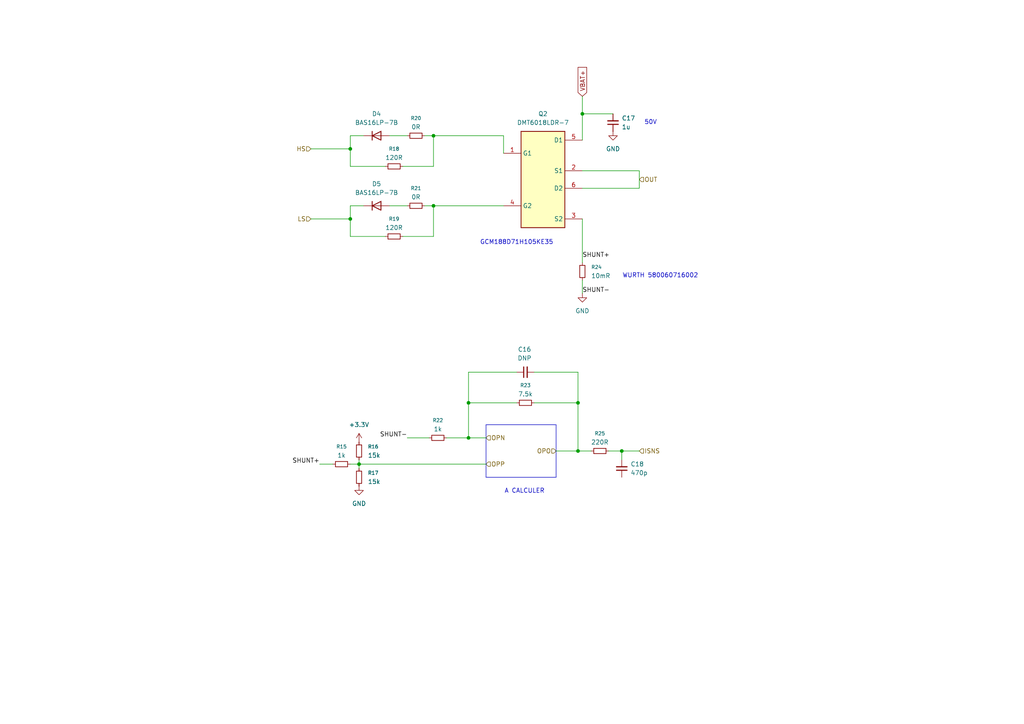
<source format=kicad_sch>
(kicad_sch (version 20250114) (generator "eeschema") (generator_version "9.0")
  (paper "A4")
  (lib_symbols
    (symbol "Device:C_Small" (pin_numbers (hide yes)) (pin_names (offset 0.254) (hide yes))
      (property "Reference" "C" (at 0.254 1.778 0))
      (property "Value" "C_Small" (at 0.254 -2.032 0))
      (symbol "C_Small_0_1"
        (polyline (pts (xy -1.524 0.508) (xy 1.524 0.508)) (stroke (width 0.3048)))
        (polyline (pts (xy -1.524 -0.508) (xy 1.524 -0.508)) (stroke (width 0.3302)))
      )
      (symbol "C_Small_1_1"
        (pin passive line (at 0 2.54 270) (length 2.032) (name "~") (number "1"))
        (pin passive line (at 0 -2.54 90) (length 2.032) (name "~") (number "2"))
      )
    )
    (symbol "Device:R_Small" (pin_numbers (hide yes)) (pin_names (offset 0.254) (hide yes))
      (property "Reference" "R" (at 0 0 90))
      (property "Value" "R_Small" (at 1.778 0 90))
      (symbol "R_Small_0_1"
        (rectangle (start -0.762 1.778) (end 0.762 -1.778) (stroke (width 0.2032)))
      )
      (symbol "R_Small_1_1"
        (pin passive line (at 0 2.54 270) (length 0.762) (name "~") (number "1"))
        (pin passive line (at 0 -2.54 90) (length 0.762) (name "~") (number "2"))
      )
    )
    (symbol "Diode:1N4148WT" (pin_numbers (hide yes)) (pin_names (hide yes))
      (property "Reference" "D" (at 0 2.54 0))
      (property "Value" "1N4148WT" (at 0 -2.54 0))
      (symbol "1N4148WT_0_1"
        (polyline (pts (xy -1.27 1.27) (xy -1.27 -1.27)) (stroke (width 0.254)))
        (polyline (pts (xy 1.27 1.27) (xy 1.27 -1.27) (xy -1.27 0) (xy 1.27 1.27)) (stroke (width 0.254)))
        (polyline (pts (xy 1.27 0) (xy -1.27 0)))
      )
      (symbol "1N4148WT_1_1"
        (pin passive line (at -3.81 0 0) (length 2.54) (name "K") (number "1"))
        (pin passive line (at 3.81 0 180) (length 2.54) (name "A") (number "2"))
      )
    )
    (symbol "power:+3.3V" (power) (pin_numbers (hide yes)) (pin_names (offset 0) (hide yes))
      (property "Value" "+3.3V" (at 0 3.556 0))
      (symbol "+3.3V_0_1"
        (polyline (pts (xy -0.762 1.27) (xy 0 2.54)))
        (polyline (pts (xy 0 2.54) (xy 0.762 1.27)))
        (polyline (pts (xy 0 0) (xy 0 2.54)))
      )
      (symbol "+3.3V_1_1"
        (pin power_in line (at 0 0 90) (length 0) (name "~") (number "1"))
      )
    )
    (symbol "power:GND" (power) (pin_numbers (hide yes)) (pin_names (offset 0) (hide yes))
      (property "Value" "GND" (at 0 -3.81 0))
      (symbol "GND_0_1"
        (polyline (pts (xy 0 0) (xy 0 -1.27) (xy 1.27 -1.27) (xy 0 -2.54) (xy -1.27 -1.27) (xy 0 -1.27)))
      )
      (symbol "GND_1_1"
        (pin power_in line (at 0 0 270) (length 0) (name "~") (number "1"))
      )
    )
    (symbol "samacsys:DMT6018LDR-7"
      (property "Reference" "Q" (at 19.05 7.62 0))
      (property "Value" "DMT6018LDR-7" (at 19.05 5.08 0))
      (symbol "DMT6018LDR-7_1_1"
        (rectangle (start 5.08 11.43) (end 17.78 -16.51) (stroke (width 0.254)) (fill (type background)))
        (pin passive line (at 0 5.08 0) (length 5.08) (name "G1") (number "1"))
        (pin passive line (at 0 -10.16 0) (length 5.08) (name "G2") (number "4"))
        (pin passive line (at 22.86 8.89 180) (length 5.08) (name "D1") (number "5"))
        (pin passive line (at 22.86 0 180) (length 5.08) (name "S1") (number "2"))
        (pin passive line (at 22.86 -5.08 180) (length 5.08) (name "D2") (number "6"))
        (pin passive line (at 22.86 -13.97 180) (length 5.08) (name "S2") (number "3"))
      )
    )
  )
  (text "GCM188D71H105KE35" (at 149.86 70.358 0) (effects (font (size 1.27 1.27))))
  (text "50V\n" (at 188.722 35.56 0) (effects (font (size 1.27 1.27))))
  (text "A CALCULER\n" (at 152.146 142.494 0) (effects (font (size 1.27 1.27))))
  (text "WURTH 580060716002" (at 191.516 80.01 0) (effects (font (size 1.27 1.27))))
  (junction (at 125.73 59.69))
  (junction (at 125.73 39.37))
  (junction (at 168.91 33.02))
  (junction (at 167.64 116.84))
  (junction (at 167.64 130.81))
  (junction (at 101.6 43.18))
  (junction (at 135.89 116.84))
  (junction (at 135.89 127))
  (junction (at 180.34 130.81))
  (junction (at 104.14 134.62))
  (junction (at 101.6 63.5))
  (wire (pts (xy 101.6 43.18) (xy 101.6 48.26)))
  (polyline (pts (xy 161.29 123.19) (xy 161.29 138.43)))
  (wire (pts (xy 149.86 107.95) (xy 135.89 107.95)))
  (wire (pts (xy 135.89 107.95) (xy 135.89 116.84)))
  (wire (pts (xy 101.6 59.69) (xy 101.6 63.5)))
  (wire (pts (xy 116.84 68.58) (xy 125.73 68.58)))
  (wire (pts (xy 118.11 127) (xy 124.46 127)))
  (wire (pts (xy 90.17 63.5) (xy 101.6 63.5)))
  (wire (pts (xy 167.64 107.95) (xy 167.64 116.84)))
  (wire (pts (xy 101.6 39.37) (xy 101.6 43.18)))
  (wire (pts (xy 125.73 59.69) (xy 123.19 59.69)))
  (wire (pts (xy 113.03 59.69) (xy 118.11 59.69)))
  (wire (pts (xy 125.73 39.37) (xy 123.19 39.37)))
  (wire (pts (xy 161.29 130.81) (xy 167.64 130.81)))
  (wire (pts (xy 104.14 134.62) (xy 104.14 133.35)))
  (wire (pts (xy 180.34 133.35) (xy 180.34 130.81)))
  (wire (pts (xy 168.91 49.53) (xy 185.42 49.53)))
  (wire (pts (xy 168.91 33.02) (xy 168.91 40.64)))
  (wire (pts (xy 101.6 134.62) (xy 104.14 134.62)))
  (wire (pts (xy 104.14 134.62) (xy 140.97 134.62)))
  (wire (pts (xy 90.17 43.18) (xy 101.6 43.18)))
  (polyline (pts (xy 140.97 123.19) (xy 140.97 138.43)))
  (wire (pts (xy 125.73 48.26) (xy 125.73 39.37)))
  (wire (pts (xy 185.42 54.61) (xy 168.91 54.61)))
  (wire (pts (xy 101.6 39.37) (xy 105.41 39.37)))
  (wire (pts (xy 149.86 116.84) (xy 135.89 116.84)))
  (wire (pts (xy 154.94 107.95) (xy 167.64 107.95)))
  (wire (pts (xy 111.76 48.26) (xy 101.6 48.26)))
  (wire (pts (xy 168.91 63.5) (xy 168.91 76.2)))
  (polyline (pts (xy 140.97 123.19) (xy 161.29 123.19)))
  (wire (pts (xy 125.73 59.69) (xy 146.05 59.69)))
  (wire (pts (xy 180.34 130.81) (xy 185.42 130.81)))
  (wire (pts (xy 185.42 49.53) (xy 185.42 54.61)))
  (wire (pts (xy 167.64 116.84) (xy 167.64 130.81)))
  (wire (pts (xy 167.64 130.81) (xy 171.45 130.81)))
  (wire (pts (xy 135.89 116.84) (xy 135.89 127)))
  (wire (pts (xy 180.34 130.81) (xy 176.53 130.81)))
  (wire (pts (xy 168.91 33.02) (xy 177.8 33.02)))
  (wire (pts (xy 135.89 127) (xy 140.97 127)))
  (wire (pts (xy 129.54 127) (xy 135.89 127)))
  (wire (pts (xy 111.76 68.58) (xy 101.6 68.58)))
  (wire (pts (xy 125.73 68.58) (xy 125.73 59.69)))
  (wire (pts (xy 101.6 63.5) (xy 101.6 68.58)))
  (wire (pts (xy 116.84 48.26) (xy 125.73 48.26)))
  (wire (pts (xy 168.91 27.94) (xy 168.91 33.02)))
  (wire (pts (xy 125.73 39.37) (xy 146.05 39.37)))
  (wire (pts (xy 104.14 134.62) (xy 104.14 135.89)))
  (wire (pts (xy 168.91 81.28) (xy 168.91 85.09)))
  (wire (pts (xy 154.94 116.84) (xy 167.64 116.84)))
  (wire (pts (xy 101.6 59.69) (xy 105.41 59.69)))
  (polyline (pts (xy 161.29 138.43) (xy 140.97 138.43)))
  (wire (pts (xy 113.03 39.37) (xy 118.11 39.37)))
  (wire (pts (xy 92.71 134.62) (xy 96.52 134.62)))
  (wire (pts (xy 146.05 39.37) (xy 146.05 44.45)))
  (label "SHUNT-" (at 168.91 85.09 0))
  (label "SHUNT-" (at 118.11 127 180))
  (label "SHUNT+" (at 92.71 134.62 180))
  (label "SHUNT+" (at 168.91 74.93 0))
  (global_label "VBAT+" (shape input) (at 168.91 27.94 90) (property "Intersheetrefs" "${INTERSHEET_REFS}" (effects (hide yes))))
  (hierarchical_label "OPO" (shape input) (at 161.29 130.81 180))
  (hierarchical_label "LS" (shape input) (at 90.17 63.5 180))
  (hierarchical_label "ISNS" (shape input) (at 185.42 130.81 0))
  (hierarchical_label "OPP" (shape input) (at 140.97 134.62 0))
  (hierarchical_label "OPN" (shape input) (at 140.97 127 0))
  (hierarchical_label "HS" (shape input) (at 90.17 43.18 180))
  (hierarchical_label "OUT" (shape input) (at 185.42 52.07 0))
  (symbol (lib_id "Device:R_Small") (at 114.3 48.26 90) (unit 1)
    (property "Reference" "R5" (at 114.3 43.18 90) (effects (font (size 1.016 1.016))))
    (property "Value" "120R" (at 114.3 45.72 90))
    (property "Footprint" "Resistor_SMD:R_0201_0603Metric_Pad0.64x0.40mm_HandSolder" (effects (hide yes)))
    (property "Description" "Resistor, small symbol" (effects (hide yes)))
    (instances (project "FOC_CONTROLLER_V1" (path "" (reference "R18") (unit 1)) (path "" (reference "R5") (unit 1)) (path "" (reference "R29") (unit 1))))
  )
  (symbol (lib_id "power:GND") (at 168.91 85.09 0) (unit 1)
    (property "Reference" "#PWR018" (effects (hide yes)))
    (property "Value" "GND" (at 168.91 90.17 0))
    (property "Description" "Power symbol creates a global label with name \"GND\" , ground" (effects (hide yes)))
    (instances (project "FOC_CONTROLLER_V1" (path "" (reference "#PWR023") (unit 1)) (path "" (reference "#PWR018") (unit 1)) (path "" (reference "#PWR027") (unit 1))))
  )
  (symbol (lib_id "power:GND") (at 177.8 38.1 0) (unit 1)
    (property "Reference" "#PWR017" (effects (hide yes)))
    (property "Value" "GND" (at 177.8 43.18 0))
    (property "Description" "Power symbol creates a global label with name \"GND\" , ground" (effects (hide yes)))
    (instances (project "FOC_CONTROLLER_V1" (path "" (reference "#PWR024") (unit 1)) (path "" (reference "#PWR017") (unit 1)) (path "" (reference "#PWR028") (unit 1))))
  )
  (symbol (lib_id "Device:R_Small") (at 152.4 116.84 90) (unit 1)
    (property "Reference" "R13" (at 152.4 111.76 90) (effects (font (size 1.016 1.016))))
    (property "Value" "7.5k" (at 152.4 114.3 90))
    (property "Footprint" "Resistor_SMD:R_0201_0603Metric_Pad0.64x0.40mm_HandSolder" (effects (hide yes)))
    (property "Description" "Resistor, small symbol" (effects (hide yes)))
    (instances (project "FOC_CONTROLLER_V1" (path "" (reference "R23") (unit 1)) (path "" (reference "R13") (unit 1)) (path "" (reference "R34") (unit 1))))
  )
  (symbol (lib_id "Device:R_Small") (at 168.91 78.74 180) (unit 1)
    (property "Reference" "R8" (at 171.45 77.4699 0) (effects (font (size 1.016 1.016)) (justify right)))
    (property "Value" "10mR" (at 171.45 80.0099 0) (effects (justify right)))
    (property "Footprint" "Resistor_SMD:R_0201_0603Metric_Pad0.64x0.40mm_HandSolder" (effects (hide yes)))
    (property "Description" "580060716002" (effects (hide yes)))
    (instances (project "FOC_CONTROLLER_V1" (path "" (reference "R24") (unit 1)) (path "" (reference "R8") (unit 1)) (path "" (reference "R35") (unit 1))))
  )
  (symbol (lib_id "Device:R_Small") (at 99.06 134.62 90) (unit 1)
    (property "Reference" "R10" (at 99.06 129.54 90) (effects (font (size 1.016 1.016))))
    (property "Value" "1k" (at 99.06 132.08 90))
    (property "Footprint" "Resistor_SMD:R_0201_0603Metric_Pad0.64x0.40mm_HandSolder" (effects (hide yes)))
    (property "Description" "Resistor, small symbol" (effects (hide yes)))
    (instances (project "FOC_CONTROLLER_V1" (path "" (reference "R15") (unit 1)) (path "" (reference "R10") (unit 1)) (path "" (reference "R26") (unit 1))))
  )
  (symbol (lib_id "Device:R_Small") (at 120.65 39.37 90) (unit 1)
    (property "Reference" "R4" (at 120.65 34.29 90) (effects (font (size 1.016 1.016))))
    (property "Value" "0R" (at 120.65 36.83 90))
    (property "Footprint" "Resistor_SMD:R_0201_0603Metric_Pad0.64x0.40mm_HandSolder" (effects (hide yes)))
    (property "Description" "Resistor, small symbol" (effects (hide yes)))
    (instances (project "FOC_CONTROLLER_V1" (path "" (reference "R20") (unit 1)) (path "" (reference "R4") (unit 1)) (path "" (reference "R31") (unit 1))))
  )
  (symbol (lib_id "Diode:1N4148WT") (at 109.22 39.37 0) (unit 1)
    (property "Reference" "D" (at 109.22 33.02 0))
    (property "Value" "BAS16LP-7B" (at 109.22 35.56 0))
    (property "Footprint" "Diode_SMD:D_01005_0402Metric_Pad0.57x0.30mm_HandSolder" (effects (hide yes)))
    (property "Datasheet" "https://www.diodes.com/assets/Datasheets/ds30396.pdf" (effects (hide yes)))
    (property "Description" "75V 0.15A Fast switching Diode, SOD-523" (effects (hide yes)))
    (property "Sim.Device" "D" (effects (hide yes)))
    (property "Sim.Pins" "1=K 2=A" (effects (hide yes)))
    (instances (project "FOC_CONTROLLER_V1" (path "" (reference "D4") (unit 1)) (path "" (reference "D6") (unit 1))))
  )
  (symbol (lib_id "Device:R_Small") (at 127 127 90) (unit 1)
    (property "Reference" "R9" (at 127 121.92 90) (effects (font (size 1.016 1.016))))
    (property "Value" "1k" (at 127 124.46 90))
    (property "Footprint" "Resistor_SMD:R_0201_0603Metric_Pad0.64x0.40mm_HandSolder" (effects (hide yes)))
    (property "Description" "Resistor, small symbol" (effects (hide yes)))
    (instances (project "FOC_CONTROLLER_V1" (path "" (reference "R22") (unit 1)) (path "" (reference "R9") (unit 1)) (path "" (reference "R33") (unit 1))))
  )
  (symbol (lib_id "Device:C_Small") (at 177.8 35.56 180) (unit 1)
    (property "Reference" "C13" (at 180.34 34.2835 0) (effects (justify right)))
    (property "Value" "1u" (at 180.34 36.8235 0) (effects (justify right)))
    (property "Footprint" "Capacitor_SMD:C_0603_1608Metric" (effects (hide yes)))
    (property "Description" "Unpolarized capacitor, small symbol" (effects (hide yes)))
    (instances (project "FOC_CONTROLLER_V1" (path "" (reference "C17") (unit 1)) (path "" (reference "C13") (unit 1)) (path "" (reference "C20") (unit 1))))
  )
  (symbol (lib_id "Device:R_Small") (at 104.14 130.81 0) (unit 1)
    (property "Reference" "R12" (at 106.68 129.5399 0) (effects (font (size 1.016 1.016)) (justify left)))
    (property "Value" "15k" (at 106.68 132.0799 0) (effects (justify left)))
    (property "Footprint" "Resistor_SMD:R_0201_0603Metric_Pad0.64x0.40mm_HandSolder" (effects (hide yes)))
    (property "Description" "Resistor, small symbol" (effects (hide yes)))
    (instances (project "FOC_CONTROLLER_V1" (path "" (reference "R16") (unit 1)) (path "" (reference "R12") (unit 1)) (path "" (reference "R27") (unit 1))))
  )
  (symbol (lib_id "Device:R_Small") (at 114.3 68.58 90) (unit 1)
    (property "Reference" "R6" (at 114.3 63.5 90) (effects (font (size 1.016 1.016))))
    (property "Value" "120R" (at 114.3 66.04 90))
    (property "Footprint" "Resistor_SMD:R_0201_0603Metric_Pad0.64x0.40mm_HandSolder" (effects (hide yes)))
    (property "Description" "Resistor, small symbol" (effects (hide yes)))
    (instances (project "FOC_CONTROLLER_V1" (path "" (reference "R19") (unit 1)) (path "" (reference "R6") (unit 1)) (path "" (reference "R30") (unit 1))))
  )
  (symbol (lib_id "Device:C_Small") (at 152.4 107.95 90) (unit 1)
    (property "Reference" "C14" (at 152.146 101.346 90))
    (property "Value" "DNP" (at 152.146 103.886 90))
    (property "Footprint" "Capacitor_SMD:C_0201_0603Metric_Pad0.64x0.40mm_HandSolder" (effects (hide yes)))
    (property "Description" "Unpolarized capacitor, small symbol" (effects (hide yes)))
    (instances (project "FOC_CONTROLLER_V1" (path "" (reference "C16") (unit 1)) (path "" (reference "C14") (unit 1)) (path "" (reference "C19") (unit 1))))
  )
  (symbol (lib_id "Device:R_Small") (at 104.14 138.43 0) (unit 1)
    (property "Reference" "R11" (at 106.68 137.1599 0) (effects (font (size 1.016 1.016)) (justify left)))
    (property "Value" "15k" (at 106.68 139.6999 0) (effects (justify left)))
    (property "Footprint" "Resistor_SMD:R_0201_0603Metric_Pad0.64x0.40mm_HandSolder" (effects (hide yes)))
    (property "Description" "Resistor, small symbol" (effects (hide yes)))
    (instances (project "FOC_CONTROLLER_V1" (path "" (reference "R17") (unit 1)) (path "" (reference "R11") (unit 1)) (path "" (reference "R28") (unit 1))))
  )
  (symbol (lib_id "Diode:1N4148WT") (at 109.22 59.69 0) (unit 1)
    (property "Reference" "D3" (at 109.22 53.34 0))
    (property "Value" "BAS16LP-7B" (at 109.22 55.88 0))
    (property "Footprint" "Diode_SMD:D_01005_0402Metric_Pad0.57x0.30mm_HandSolder" (effects (hide yes)))
    (property "Datasheet" "https://www.diodes.com/assets/Datasheets/ds30396.pdf" (effects (hide yes)))
    (property "Description" "75V 0.15A Fast switching Diode, SOD-523" (effects (hide yes)))
    (property "Sim.Device" "D" (effects (hide yes)))
    (property "Sim.Pins" "1=K 2=A" (effects (hide yes)))
    (instances (project "FOC_CONTROLLER_V1" (path "" (reference "D5") (unit 1)) (path "" (reference "D3") (unit 1)) (path "" (reference "D7") (unit 1))))
  )
  (symbol (lib_id "Device:R_Small") (at 173.99 130.81 90) (unit 1)
    (property "Reference" "R14" (at 173.99 125.73 90) (effects (font (size 1.016 1.016))))
    (property "Value" "220R" (at 173.99 128.27 90))
    (property "Footprint" "Resistor_SMD:R_0201_0603Metric_Pad0.64x0.40mm_HandSolder" (effects (hide yes)))
    (property "Description" "Resistor, small symbol" (effects (hide yes)))
    (instances (project "FOC_CONTROLLER_V1" (path "" (reference "R25") (unit 1)) (path "" (reference "R14") (unit 1)) (path "" (reference "R36") (unit 1))))
  )
  (symbol (lib_id "Device:R_Small") (at 120.65 59.69 90) (unit 1)
    (property "Reference" "R7" (at 120.65 54.61 90) (effects (font (size 1.016 1.016))))
    (property "Value" "0R" (at 120.65 57.15 90))
    (property "Footprint" "Resistor_SMD:R_0201_0603Metric_Pad0.64x0.40mm_HandSolder" (effects (hide yes)))
    (property "Description" "Resistor, small symbol" (effects (hide yes)))
    (instances (project "FOC_CONTROLLER_V1" (path "" (reference "R21") (unit 1)) (path "" (reference "R7") (unit 1)) (path "" (reference "R32") (unit 1))))
  )
  (symbol (lib_id "samacsys:DMT6018LDR-7") (at 146.05 49.53 0) (unit 1)
    (property "Reference" "Q" (at 157.48 33.02 0))
    (property "Value" "DMT6018LDR-7" (at 157.48 35.56 0))
    (property "Footprint" "DMT6018LDR7" (effects (hide yes)))
    (property "Datasheet" "https://www.diodes.com/assets/Datasheets/DMT6018LDR.pdf" (effects (hide yes)))
    (property "Description" "DIODES INC. - DMT6018LDR-7 - Dual MOSFET, N Channel, 60 V, 60 V, 8.8 A, 8.8 A, 0.013 ohm" (effects (hide yes)))
    (property "Height" "0.85" (effects (hide yes)))
    (property "Manufacturer_Name" "Diodes Incorporated" (effects (hide yes)))
    (property "Manufacturer_Part_Number" "DMT6018LDR-7" (effects (hide yes)))
    (property "Mouser Part Number" "621-DMT6018LDR-7" (effects (hide yes)))
    (property "Mouser Price/Stock" "https://www.mouser.co.uk/ProductDetail/Diodes-Incorporated/DMT6018LDR-7?qs=4EhzHfbM1GhfDx1FS0oSLQ%3D%3D" (effects (hide yes)))
    (property "Arrow Part Number" "DMT6018LDR-7" (effects (hide yes)))
    (property "Arrow Price/Stock" "https://www.arrow.com/en/products/dmt6018ldr-7/diodes-incorporated?utm_currency=USD&region=nac" (effects (hide yes)))
    (instances (project "FOC_CONTROLLER_V1" (path "" (reference "Q2") (unit 1)) (path "" (reference "Q3") (unit 1))))
  )
  (symbol (lib_id "power:GND") (at 104.14 140.97 0) (unit 1)
    (property "Reference" "#PWR020" (effects (hide yes)))
    (property "Value" "GND" (at 104.14 146.05 0))
    (property "Description" "Power symbol creates a global label with name \"GND\" , ground" (effects (hide yes)))
    (instances (project "FOC_CONTROLLER_V1" (path "" (reference "#PWR022") (unit 1)) (path "" (reference "#PWR020") (unit 1)) (path "" (reference "#PWR026") (unit 1))))
  )
  (symbol (lib_id "power:+3.3V") (at 104.14 128.27 0) (unit 1)
    (property "Reference" "#PWR" (effects (hide yes)))
    (property "Value" "+3.3V" (at 104.14 123.19 0))
    (property "Description" "Power symbol creates a global label with name \"+3.3V\"" (effects (hide yes)))
    (instances (project "FOC_CONTROLLER_V1" (path "" (reference "#PWR021") (unit 1)) (path "" (reference "#PWR025") (unit 1))))
  )
  (symbol (lib_id "Device:C_Small") (at 180.34 135.89 180) (unit 1)
    (property "Reference" "C15" (at 182.88 134.6135 0) (effects (justify right)))
    (property "Value" "470p" (at 182.88 137.1535 0) (effects (justify right)))
    (property "Footprint" "Capacitor_SMD:C_0201_0603Metric_Pad0.64x0.40mm_HandSolder" (effects (hide yes)))
    (property "Description" "Unpolarized capacitor, small symbol" (effects (hide yes)))
    (instances (project "FOC_CONTROLLER_V1" (path "" (reference "C18") (unit 1)) (path "" (reference "C15") (unit 1)) (path "" (reference "C21") (unit 1))))
  )
)
</source>
